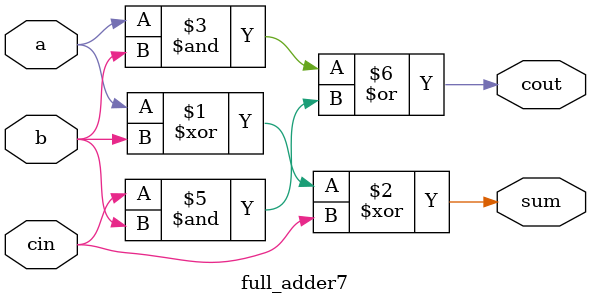
<source format=v>
module full_adder7(a,b,cin,sum,cout);
input a,b,cin;
output sum,cout;
assign sum = a^b^cin;
assign cout = a&b|cin&(1'b0|b); 
// initial begin
//     $display("The incorrect adder with or0 having in1/0");
// end   
endmodule
</source>
